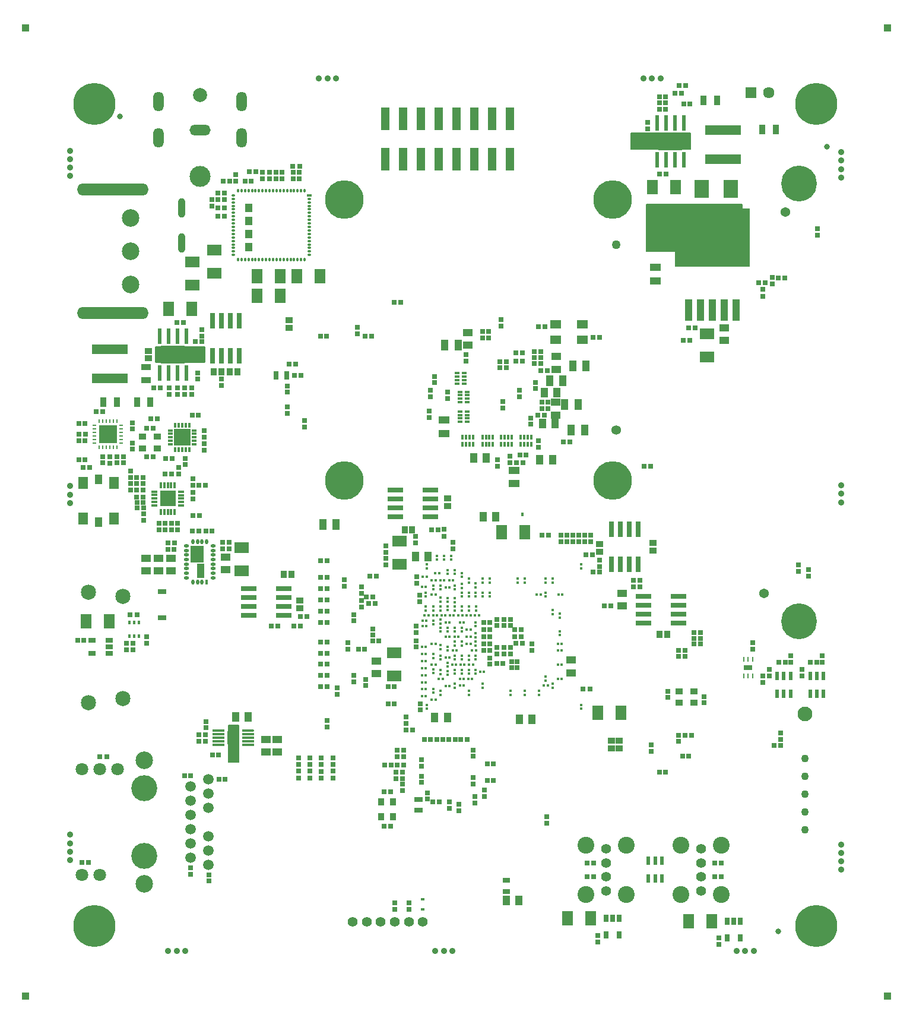
<source format=gbs>
G04 (created by PCBNEW (2013-07-07 BZR 4022)-stable) date 10/02/2015 04:29:17*
%MOIN*%
G04 Gerber Fmt 3.4, Leading zero omitted, Abs format*
%FSLAX34Y34*%
G01*
G70*
G90*
G04 APERTURE LIST*
%ADD10C,0.00590551*%
%ADD11R,0.0273X0.0273*%
%ADD12R,0.0392X0.0392*%
%ADD13R,0.0472X0.0295*%
%ADD14R,0.0295X0.0472*%
%ADD15R,0.0433071X0.0275591*%
%ADD16R,0.0570866X0.0393701*%
%ADD17R,0.0393701X0.0570866*%
%ADD18R,0.0299213X0.0181102*%
%ADD19R,0.0181102X0.0299213*%
%ADD20R,0.0925197X0.0925197*%
%ADD21R,0.055074X0.066974*%
%ADD22R,0.0433071X0.0551181*%
%ADD23R,0.0590551X0.0472441*%
%ADD24R,0.0118X0.0374*%
%ADD25R,0.0374X0.0118*%
%ADD26R,0.0886X0.0886*%
%ADD27R,0.063637X0.063637*%
%ADD28C,0.063637*%
%ADD29R,0.0137795X0.011811*%
%ADD30R,0.011811X0.0137795*%
%ADD31R,0.0276X0.0866*%
%ADD32R,0.0866X0.0276*%
%ADD33C,0.23622*%
%ADD34R,0.06X0.08*%
%ADD35R,0.08X0.06*%
%ADD36R,0.0771654X0.0948819*%
%ADD37R,0.0417323X0.0811024*%
%ADD38O,0.0299213X0.0181102*%
%ADD39O,0.0181102X0.0299213*%
%ADD40C,0.0850394*%
%ADD41R,0.0472441X0.0275591*%
%ADD42R,0.019685X0.015748*%
%ADD43C,0.023622*%
%ADD44R,0.0669291X0.015748*%
%ADD45O,0.0669291X0.015748*%
%ADD46R,0.065748X0.0779528*%
%ADD47R,0.0236X0.0472*%
%ADD48R,0.0353X0.0392*%
%ADD49R,0.0392X0.0353*%
%ADD50R,0.0273X0.0253*%
%ADD51R,0.0253X0.0273*%
%ADD52O,0.0273X0.0155*%
%ADD53R,0.0273X0.0155*%
%ADD54O,0.0155X0.0273*%
%ADD55R,0.0155X0.0273*%
%ADD56R,0.0275591X0.0393701*%
%ADD57R,0.0393701X0.0275591*%
%ADD58C,0.216535*%
%ADD59R,0.0787X0.0984*%
%ADD60R,0.0354X0.0551*%
%ADD61R,0.0236X0.0866*%
%ADD62R,0.1339X0.1008*%
%ADD63R,0.2039X0.0563*%
%ADD64R,0.0114X0.0283*%
%ADD65C,0.0708661*%
%ADD66C,0.0590551*%
%ADD67C,0.0984252*%
%ADD68C,0.145669*%
%ADD69C,0.0314961*%
%ADD70R,0.042126X0.120079*%
%ADD71R,0.419685X0.329921*%
%ADD72R,0.0551X0.0354*%
%ADD73R,0.059037X0.039337*%
%ADD74R,0.0165354X0.023622*%
%ADD75C,0.0433071*%
%ADD76C,0.0826772*%
%ADD77C,0.0496063*%
%ADD78C,0.0535433*%
%ADD79C,0.0944882*%
%ADD80C,0.0551181*%
%ADD81C,0.200787*%
%ADD82C,0.053937*%
%ADD83O,0.0259843X0.0122047*%
%ADD84O,0.0122047X0.0259843*%
%ADD85R,0.0437008X0.0496063*%
%ADD86R,0.0259843X0.0122047*%
%ADD87C,0.0354331*%
%ADD88R,0.0433071X0.0338583*%
%ADD89R,0.0338583X0.0433071*%
%ADD90R,0.039337X0.059037*%
%ADD91O,0.401575X0.0669291*%
%ADD92R,0.00984252X0.023622*%
%ADD93R,0.023622X0.00984252*%
%ADD94R,0.102362X0.102362*%
%ADD95C,0.0787402*%
%ADD96O,0.0590551X0.110236*%
%ADD97O,0.11811X0.0590551*%
%ADD98C,0.11811*%
%ADD99R,0.0511811X0.125984*%
%ADD100O,0.0393701X0.110236*%
%ADD101C,0.00787402*%
%ADD102C,0.01*%
G04 APERTURE END LIST*
G54D10*
G54D11*
X77086Y-57539D03*
X77440Y-57539D03*
G54D12*
X67322Y-86220D03*
X115748Y-86220D03*
X115748Y-31889D03*
G54D13*
X89409Y-75792D03*
X89409Y-75192D03*
G54D14*
X81412Y-51377D03*
X82012Y-51377D03*
G54D15*
X94330Y-80354D03*
X94330Y-79724D03*
G54D16*
X75511Y-62362D03*
X75511Y-61653D03*
X74803Y-62362D03*
X74803Y-61653D03*
X74094Y-62362D03*
X74094Y-61653D03*
X78582Y-61574D03*
X78582Y-62283D03*
G54D17*
X94330Y-80866D03*
X95039Y-80866D03*
G54D18*
X75944Y-55157D03*
X75944Y-54763D03*
X75944Y-54566D03*
X75944Y-54960D03*
X76338Y-54763D03*
X76338Y-55157D03*
X76338Y-54566D03*
G54D19*
X75748Y-55541D03*
X75944Y-55541D03*
X76338Y-55541D03*
X76141Y-55541D03*
X76535Y-55541D03*
X76535Y-54183D03*
X76141Y-54183D03*
X76338Y-54183D03*
X75944Y-54183D03*
X75748Y-54183D03*
G54D18*
X76820Y-55255D03*
X76820Y-55059D03*
X76820Y-54665D03*
X76820Y-54862D03*
X76820Y-54468D03*
X75462Y-54468D03*
X75462Y-54862D03*
X75462Y-54665D03*
X75462Y-55059D03*
G54D20*
X76141Y-54862D03*
G54D18*
X75462Y-55255D03*
X76338Y-54960D03*
G54D21*
X72303Y-59425D03*
X72303Y-57425D03*
X70571Y-57425D03*
X70571Y-59425D03*
G54D22*
X71437Y-57224D03*
X71437Y-59625D03*
G54D23*
X97106Y-48523D03*
X97106Y-49389D03*
X98602Y-49389D03*
X98602Y-48523D03*
G54D24*
X75716Y-57539D03*
X75520Y-57539D03*
X75323Y-57539D03*
X75126Y-57539D03*
X74929Y-57539D03*
G54D25*
X74567Y-57901D03*
X74567Y-58098D03*
X74567Y-58295D03*
X74567Y-58492D03*
X74567Y-58688D03*
G54D24*
X74929Y-59055D03*
X75126Y-59055D03*
X75323Y-59055D03*
X75520Y-59055D03*
X75716Y-59055D03*
G54D25*
X76083Y-58692D03*
X76083Y-58496D03*
X76083Y-58299D03*
X76083Y-58102D03*
X76083Y-57905D03*
G54D26*
X75326Y-58299D03*
G54D27*
X108083Y-35511D03*
G54D28*
X109083Y-35511D03*
G54D29*
X91830Y-67903D03*
X91830Y-68120D03*
G54D30*
X90541Y-68405D03*
X90757Y-68405D03*
G54D29*
X91830Y-66328D03*
X91830Y-66545D03*
G54D30*
X91151Y-67224D03*
X90935Y-67224D03*
G54D29*
X90649Y-63179D03*
X90649Y-63395D03*
G54D30*
X89812Y-63257D03*
X89596Y-63257D03*
X91722Y-65255D03*
X91938Y-65255D03*
X92116Y-65649D03*
X92332Y-65649D03*
G54D29*
X95374Y-69301D03*
X95374Y-69084D03*
X94586Y-69084D03*
X94586Y-69301D03*
G54D30*
X90364Y-63681D03*
X90147Y-63681D03*
X91151Y-66043D03*
X90935Y-66043D03*
G54D29*
X92224Y-63001D03*
X92224Y-62785D03*
X89862Y-62214D03*
X89862Y-61998D03*
X90649Y-67116D03*
X90649Y-67332D03*
X93405Y-63001D03*
X93405Y-62785D03*
X96948Y-68907D03*
X96948Y-68690D03*
X93011Y-63001D03*
X93011Y-62785D03*
G54D30*
X91131Y-62893D03*
X91348Y-62893D03*
G54D29*
X95374Y-63001D03*
X95374Y-62785D03*
X96948Y-63001D03*
X96948Y-62785D03*
X96555Y-63001D03*
X96555Y-62785D03*
X94980Y-63001D03*
X94980Y-62785D03*
X93011Y-68690D03*
X93011Y-68907D03*
G54D30*
X97234Y-67618D03*
X97450Y-67618D03*
X97234Y-66830D03*
X97450Y-66830D03*
X97234Y-66437D03*
X97450Y-66437D03*
G54D29*
X98533Y-69872D03*
X98533Y-70088D03*
G54D30*
X91151Y-65255D03*
X90935Y-65255D03*
X91151Y-63287D03*
X90935Y-63287D03*
G54D29*
X92224Y-69084D03*
X92224Y-69301D03*
X90649Y-69084D03*
X90649Y-69301D03*
X91437Y-68907D03*
X91437Y-68690D03*
G54D30*
X97234Y-68405D03*
X97450Y-68405D03*
X91151Y-68809D03*
X90935Y-68809D03*
G54D29*
X91043Y-67726D03*
X91043Y-67509D03*
X91437Y-66328D03*
X91437Y-66545D03*
X89862Y-69872D03*
X89862Y-70088D03*
X96161Y-69084D03*
X96161Y-69301D03*
X96948Y-64773D03*
X96948Y-64557D03*
X97342Y-65738D03*
X97342Y-65954D03*
X97342Y-64970D03*
X97342Y-64753D03*
G54D30*
X97261Y-63669D03*
X97478Y-63669D03*
G54D29*
X98543Y-62214D03*
X98543Y-61998D03*
X91830Y-63789D03*
X91830Y-63572D03*
X96555Y-68297D03*
X96555Y-68513D03*
X96555Y-63789D03*
X96555Y-63572D03*
G54D30*
X91722Y-68405D03*
X91938Y-68405D03*
X96053Y-63681D03*
X96269Y-63681D03*
G54D29*
X92224Y-63789D03*
X92224Y-63572D03*
G54D30*
X91938Y-68799D03*
X91722Y-68799D03*
X96446Y-68799D03*
X96663Y-68799D03*
G54D31*
X79330Y-50275D03*
X78830Y-50275D03*
X78330Y-50275D03*
X77830Y-50275D03*
X77830Y-48306D03*
X78330Y-48306D03*
X78830Y-48306D03*
X79330Y-48306D03*
G54D32*
X81850Y-63346D03*
X81850Y-63846D03*
X81850Y-64346D03*
X81850Y-64846D03*
X79881Y-64846D03*
X79881Y-64346D03*
X79881Y-63846D03*
X79881Y-63346D03*
X90066Y-57811D03*
X90066Y-58311D03*
X90066Y-58811D03*
X90066Y-59311D03*
X88097Y-59311D03*
X88097Y-58811D03*
X88097Y-58311D03*
X88097Y-57811D03*
G54D31*
X101742Y-61978D03*
X101242Y-61978D03*
X100742Y-61978D03*
X100242Y-61978D03*
X100242Y-60009D03*
X100742Y-60009D03*
X101242Y-60009D03*
X101742Y-60009D03*
G54D33*
X111732Y-82283D03*
X111732Y-36141D03*
X71220Y-36141D03*
X71220Y-82283D03*
G54D16*
X106574Y-48720D03*
X106574Y-49429D03*
G54D34*
X80334Y-45826D03*
X81634Y-45826D03*
X80334Y-46929D03*
X81634Y-46929D03*
G54D35*
X76692Y-46319D03*
X76692Y-45019D03*
X77952Y-45650D03*
X77952Y-44350D03*
G54D36*
X76988Y-61407D03*
G54D37*
X77165Y-62362D03*
G54D38*
X77874Y-62490D03*
X77874Y-62746D03*
X77874Y-61978D03*
X77874Y-62234D03*
X77874Y-61722D03*
X77874Y-61466D03*
X76377Y-60954D03*
X76377Y-61210D03*
X76377Y-61722D03*
X76377Y-61466D03*
X76377Y-62490D03*
X76377Y-62746D03*
G54D39*
X77509Y-60708D03*
X77253Y-60708D03*
X76742Y-62992D03*
X76998Y-62992D03*
G54D38*
X77874Y-60954D03*
X77874Y-61210D03*
X76377Y-62234D03*
X76377Y-61978D03*
G54D39*
X77253Y-62992D03*
G54D19*
X77509Y-62992D03*
G54D39*
X76998Y-60708D03*
X76742Y-60708D03*
G54D11*
X75334Y-61141D03*
X75688Y-61141D03*
G54D17*
X79842Y-70551D03*
X79133Y-70551D03*
G54D16*
X81456Y-71811D03*
X81456Y-72519D03*
X80826Y-71811D03*
X80826Y-72519D03*
G54D29*
X91043Y-65757D03*
X91043Y-65541D03*
G54D30*
X91437Y-66043D03*
X91653Y-66043D03*
G54D29*
X90255Y-65364D03*
X90255Y-65147D03*
X89812Y-64576D03*
X89812Y-64360D03*
G54D30*
X89753Y-64862D03*
X89970Y-64862D03*
G54D29*
X91830Y-65757D03*
X91830Y-65541D03*
G54D30*
X90226Y-64862D03*
X90442Y-64862D03*
X90561Y-62500D03*
X90344Y-62500D03*
G54D29*
X91830Y-64360D03*
X91830Y-64576D03*
G54D30*
X91387Y-64862D03*
X91171Y-64862D03*
G54D29*
X90649Y-64576D03*
X90649Y-64360D03*
G54D30*
X91643Y-64862D03*
X91860Y-64862D03*
X90147Y-62893D03*
X90364Y-62893D03*
X89625Y-65147D03*
X89842Y-65147D03*
G54D29*
X91437Y-65757D03*
X91437Y-65541D03*
X90255Y-64576D03*
X90255Y-64360D03*
X91437Y-63179D03*
X91437Y-63395D03*
X91240Y-61515D03*
X91240Y-61732D03*
X90255Y-63179D03*
X90255Y-63395D03*
G54D30*
X90629Y-62893D03*
X90846Y-62893D03*
G54D29*
X91437Y-64104D03*
X91437Y-63887D03*
X90452Y-61515D03*
X90452Y-61732D03*
G54D30*
X89645Y-62696D03*
X89862Y-62696D03*
G54D29*
X91043Y-62519D03*
X91043Y-62303D03*
X89812Y-63789D03*
X89812Y-63572D03*
X90846Y-61515D03*
X90846Y-61732D03*
X91043Y-64566D03*
X91043Y-64350D03*
X92647Y-64576D03*
X92647Y-64360D03*
X93405Y-63572D03*
X93405Y-63789D03*
X93011Y-63572D03*
X93011Y-63789D03*
X92224Y-64576D03*
X92224Y-64360D03*
X92618Y-63277D03*
X92618Y-63061D03*
X92618Y-63789D03*
X92618Y-63572D03*
X91830Y-62480D03*
X91830Y-62696D03*
X91830Y-63316D03*
X91830Y-63100D03*
G54D30*
X92116Y-64862D03*
X92332Y-64862D03*
G54D29*
X91437Y-62519D03*
X91437Y-62303D03*
X90649Y-64074D03*
X90649Y-63858D03*
X91437Y-64576D03*
X91437Y-64360D03*
X90649Y-65757D03*
X90649Y-65541D03*
X91043Y-64094D03*
X91043Y-63877D03*
X91830Y-67332D03*
X91830Y-67116D03*
X92224Y-67342D03*
X92224Y-67125D03*
X91043Y-67982D03*
X91043Y-68198D03*
X92618Y-68120D03*
X92618Y-67903D03*
G54D30*
X89596Y-68996D03*
X89812Y-68996D03*
X92411Y-68405D03*
X92194Y-68405D03*
G54D29*
X90255Y-69192D03*
X90255Y-68976D03*
G54D30*
X93080Y-68011D03*
X92864Y-68011D03*
X90147Y-69586D03*
X90364Y-69586D03*
X89596Y-68208D03*
X89812Y-68208D03*
G54D29*
X92224Y-68120D03*
X92224Y-67903D03*
G54D30*
X91515Y-67618D03*
X91299Y-67618D03*
X92332Y-66437D03*
X92116Y-66437D03*
X92637Y-66830D03*
X92421Y-66830D03*
G54D29*
X92618Y-66072D03*
X92618Y-65856D03*
X92618Y-65236D03*
X92618Y-65452D03*
G54D30*
X92805Y-64862D03*
X92588Y-64862D03*
X90698Y-64862D03*
X90915Y-64862D03*
G54D29*
X92618Y-66545D03*
X92618Y-66328D03*
G54D30*
X89625Y-65452D03*
X89842Y-65452D03*
G54D29*
X90649Y-67933D03*
X90649Y-68149D03*
X91437Y-67332D03*
X91437Y-67116D03*
G54D30*
X89596Y-69389D03*
X89812Y-69389D03*
X89596Y-68602D03*
X89812Y-68602D03*
G54D29*
X92618Y-67116D03*
X92618Y-67332D03*
X91437Y-67903D03*
X91437Y-68120D03*
G54D30*
X89596Y-67814D03*
X89812Y-67814D03*
X91988Y-67618D03*
X91771Y-67618D03*
G54D29*
X91043Y-66830D03*
X91043Y-66614D03*
G54D30*
X89596Y-66633D03*
X89812Y-66633D03*
X90147Y-67618D03*
X90364Y-67618D03*
G54D29*
X90255Y-67244D03*
X90255Y-67027D03*
G54D30*
X89596Y-67421D03*
X89812Y-67421D03*
X90147Y-66437D03*
X90364Y-66437D03*
X92332Y-66043D03*
X92116Y-66043D03*
X91328Y-66830D03*
X91545Y-66830D03*
G54D29*
X90649Y-66742D03*
X90649Y-66525D03*
X90255Y-68090D03*
X90255Y-67874D03*
G54D30*
X89596Y-67027D03*
X89812Y-67027D03*
G54D29*
X90649Y-65088D03*
X90649Y-65305D03*
G54D30*
X92460Y-67618D03*
X92244Y-67618D03*
G54D40*
X70885Y-63562D03*
X72814Y-63799D03*
X72814Y-69507D03*
X70885Y-69744D03*
G54D41*
X75000Y-64980D03*
X75000Y-63523D03*
G54D42*
X89645Y-81348D03*
X89645Y-80777D03*
G54D43*
X78838Y-71948D03*
X78838Y-71476D03*
X79192Y-71476D03*
X79192Y-71948D03*
G54D44*
X78188Y-71318D03*
X78188Y-71515D03*
G54D45*
X79842Y-71318D03*
G54D44*
X79842Y-71515D03*
X79842Y-71712D03*
X79842Y-71909D03*
X79842Y-72106D03*
X78188Y-72106D03*
X78188Y-71909D03*
X78188Y-71712D03*
G54D46*
X79015Y-71712D03*
G54D43*
X79015Y-71712D03*
G54D47*
X102696Y-79606D03*
X102321Y-78606D03*
X103071Y-78606D03*
X102321Y-79606D03*
X102696Y-78606D03*
X103071Y-79606D03*
G54D11*
X95767Y-66456D03*
X95767Y-66810D03*
X89281Y-66633D03*
X89281Y-66279D03*
X89517Y-69803D03*
X89517Y-70157D03*
X91348Y-61121D03*
X91348Y-60767D03*
X89281Y-65452D03*
X89281Y-65806D03*
X89468Y-64074D03*
X89468Y-63720D03*
X89291Y-62697D03*
X89291Y-63051D03*
X78188Y-72696D03*
X77834Y-72696D03*
X75874Y-59700D03*
X75874Y-60054D03*
X75523Y-56905D03*
X75169Y-56905D03*
X76732Y-58306D03*
X76732Y-57952D03*
X76732Y-57539D03*
X76732Y-57185D03*
X75925Y-56909D03*
X75925Y-56555D03*
X82716Y-40354D03*
X82716Y-40000D03*
X94153Y-67559D03*
X93799Y-67559D03*
X94940Y-67795D03*
X94940Y-67441D03*
X94625Y-67795D03*
X94625Y-67441D03*
X94586Y-65078D03*
X94586Y-65432D03*
X94192Y-65078D03*
X94192Y-65432D03*
X93799Y-65078D03*
X93799Y-65432D03*
X95157Y-65649D03*
X94803Y-65649D03*
X95157Y-66043D03*
X94803Y-66043D03*
X95236Y-66427D03*
X94882Y-66427D03*
X94586Y-67007D03*
X94586Y-66653D03*
X93799Y-67007D03*
X93799Y-66653D03*
X94192Y-67007D03*
X94192Y-66653D03*
X93061Y-66437D03*
X93415Y-66437D03*
X93061Y-66830D03*
X93415Y-66830D03*
X93415Y-67244D03*
X93415Y-67598D03*
X93061Y-65246D03*
X93415Y-65246D03*
X93061Y-66043D03*
X93415Y-66043D03*
X93061Y-65649D03*
X93415Y-65649D03*
X94133Y-53208D03*
X94133Y-52854D03*
X95236Y-50590D03*
X94882Y-50590D03*
X88503Y-74015D03*
X88149Y-74015D03*
X90078Y-71811D03*
X89724Y-71811D03*
X92460Y-72401D03*
X92460Y-72755D03*
X93267Y-74133D03*
X93621Y-74133D03*
X89566Y-72952D03*
X89566Y-73306D03*
X93267Y-73188D03*
X93621Y-73188D03*
X92559Y-75019D03*
X92559Y-75373D03*
X89566Y-74232D03*
X89566Y-73878D03*
X91673Y-75452D03*
X91673Y-75806D03*
X89901Y-74803D03*
X89901Y-75157D03*
X90570Y-75314D03*
X90216Y-75314D03*
X91771Y-71811D03*
X92125Y-71811D03*
X92460Y-74310D03*
X92460Y-73956D03*
X90787Y-71811D03*
X90433Y-71811D03*
X91102Y-71811D03*
X91456Y-71811D03*
X82047Y-51968D03*
X82047Y-52322D03*
X76693Y-53622D03*
X77047Y-53622D03*
X73248Y-57106D03*
X73248Y-56752D03*
X73936Y-57460D03*
X73582Y-57460D03*
X73956Y-59153D03*
X73956Y-59507D03*
X78554Y-74066D03*
X78200Y-74066D03*
X76263Y-73854D03*
X76617Y-73854D03*
X76610Y-79385D03*
X76610Y-79031D03*
X77622Y-79759D03*
X77622Y-79405D03*
X87027Y-62637D03*
X86673Y-62637D03*
X77460Y-71161D03*
X77460Y-70807D03*
X99566Y-49251D03*
X99212Y-49251D03*
X86830Y-65610D03*
X86830Y-65964D03*
X96141Y-48661D03*
X96495Y-48661D03*
X84261Y-61771D03*
X83907Y-61771D03*
X95708Y-54123D03*
X95708Y-53769D03*
X96338Y-52893D03*
X96338Y-53247D03*
X84842Y-68927D03*
X84842Y-69281D03*
X78503Y-41968D03*
X78149Y-41968D03*
X104015Y-71574D03*
X104015Y-71928D03*
X102460Y-72480D03*
X102460Y-72126D03*
X103287Y-73641D03*
X102933Y-73641D03*
X104586Y-72755D03*
X104232Y-72755D03*
X73952Y-58515D03*
X73598Y-58515D03*
X70688Y-56102D03*
X70334Y-56102D03*
X104370Y-71574D03*
X104724Y-71574D03*
X78503Y-41515D03*
X78149Y-41515D03*
X72480Y-55944D03*
X72834Y-55944D03*
X71673Y-55945D03*
X71673Y-56299D03*
X70688Y-55039D03*
X70334Y-55039D03*
X70688Y-54074D03*
X70334Y-54074D03*
X71673Y-53405D03*
X71319Y-53405D03*
X73326Y-54389D03*
X73326Y-54035D03*
X73326Y-55177D03*
X73326Y-55531D03*
X73936Y-57814D03*
X73582Y-57814D03*
X84251Y-49192D03*
X83897Y-49192D03*
X86417Y-49192D03*
X86771Y-49192D03*
X87480Y-74763D03*
X87834Y-74763D03*
X87834Y-76692D03*
X87480Y-76692D03*
X82135Y-50757D03*
X82489Y-50757D03*
X82441Y-51377D03*
X82795Y-51377D03*
X85980Y-49035D03*
X85980Y-48681D03*
X82992Y-54271D03*
X82992Y-53917D03*
X105433Y-69405D03*
X105433Y-69759D03*
X106039Y-79519D03*
X106393Y-79519D03*
X106035Y-78755D03*
X106389Y-78755D03*
X99236Y-78740D03*
X98882Y-78740D03*
X99239Y-79531D03*
X98885Y-79531D03*
X109724Y-72165D03*
X109370Y-72165D03*
X103409Y-69460D03*
X103409Y-69106D03*
X82047Y-53149D03*
X82047Y-53503D03*
X95236Y-50118D03*
X94882Y-50118D03*
X96623Y-51112D03*
X96269Y-51112D03*
X96102Y-53622D03*
X96456Y-53622D03*
X95984Y-52125D03*
X95984Y-51771D03*
X95078Y-52234D03*
X95078Y-52588D03*
X96151Y-55059D03*
X96151Y-55413D03*
X96673Y-52893D03*
X96673Y-53247D03*
X94330Y-50944D03*
X93976Y-50944D03*
X75570Y-56043D03*
X75216Y-56043D03*
X76318Y-56043D03*
X76318Y-56397D03*
X77381Y-55216D03*
X77381Y-55570D03*
X94330Y-50610D03*
X93976Y-50610D03*
X84261Y-63346D03*
X83907Y-63346D03*
X84261Y-63976D03*
X83907Y-63976D03*
X85787Y-64803D03*
X85787Y-65157D03*
X86968Y-64192D03*
X86614Y-64192D03*
X86210Y-64369D03*
X86210Y-64015D03*
X84261Y-64606D03*
X83907Y-64606D03*
X84261Y-65236D03*
X83907Y-65236D03*
X85433Y-66751D03*
X85433Y-66397D03*
X85246Y-63208D03*
X85246Y-62854D03*
X86437Y-68445D03*
X86437Y-68799D03*
X84261Y-66968D03*
X83907Y-66968D03*
X84261Y-70748D03*
X84261Y-71102D03*
X84261Y-66338D03*
X83907Y-66338D03*
X84261Y-67598D03*
X83907Y-67598D03*
X84261Y-62716D03*
X83907Y-62716D03*
X84261Y-68228D03*
X83907Y-68228D03*
X86840Y-63818D03*
X86486Y-63818D03*
X86200Y-63267D03*
X86200Y-63621D03*
X87559Y-62007D03*
X87559Y-61653D03*
X77460Y-60118D03*
X77814Y-60118D03*
X87697Y-69803D03*
X88051Y-69803D03*
X78503Y-42460D03*
X78149Y-42460D03*
X79665Y-40472D03*
X80019Y-40472D03*
X81043Y-40354D03*
X81043Y-40000D03*
X87697Y-68858D03*
X88051Y-68858D03*
X86377Y-66751D03*
X86023Y-66751D03*
X87184Y-66299D03*
X86830Y-66299D03*
X87559Y-60964D03*
X87559Y-61318D03*
X84261Y-68858D03*
X83907Y-68858D03*
G54D48*
X78325Y-51200D03*
X77895Y-51200D03*
G54D49*
X82755Y-64447D03*
X82755Y-64017D03*
G54D48*
X81832Y-62559D03*
X82262Y-62559D03*
G54D49*
X102559Y-61209D03*
X102559Y-60779D03*
X99586Y-61297D03*
X99586Y-60867D03*
X91023Y-58288D03*
X91023Y-58718D03*
G54D48*
X89053Y-60039D03*
X88623Y-60039D03*
G54D49*
X82145Y-48718D03*
X82145Y-48288D03*
G54D48*
X78820Y-51200D03*
X79250Y-51200D03*
G54D49*
X100255Y-72301D03*
X100255Y-71871D03*
X100688Y-72301D03*
X100688Y-71871D03*
G54D50*
X88858Y-81366D03*
X88858Y-80996D03*
X88070Y-81366D03*
X88070Y-80996D03*
G54D51*
X78397Y-61102D03*
X78767Y-61102D03*
X78818Y-40480D03*
X78448Y-40480D03*
G54D50*
X79153Y-40110D03*
X79153Y-40480D03*
G54D51*
X104559Y-48720D03*
X104929Y-48720D03*
X104283Y-49429D03*
X104653Y-49429D03*
X82393Y-65452D03*
X82763Y-65452D03*
X81503Y-65452D03*
X81133Y-65452D03*
X82767Y-64921D03*
X83137Y-64921D03*
G54D50*
X78326Y-51586D03*
X78326Y-51956D03*
G54D51*
X77251Y-49468D03*
X76881Y-49468D03*
G54D50*
X77244Y-49181D03*
X77244Y-48811D03*
G54D51*
X88570Y-73248D03*
X88200Y-73248D03*
G54D50*
X73366Y-66799D03*
X73366Y-66429D03*
X72992Y-66799D03*
X72992Y-66429D03*
X75523Y-60059D03*
X75523Y-59689D03*
X75161Y-60062D03*
X75161Y-59692D03*
X74826Y-60062D03*
X74826Y-59692D03*
G54D51*
X73594Y-58818D03*
X73964Y-58818D03*
X88200Y-72421D03*
X88570Y-72421D03*
X88200Y-72795D03*
X88570Y-72795D03*
G54D50*
X94035Y-48259D03*
X94035Y-48629D03*
X94527Y-56287D03*
X94527Y-55917D03*
X91043Y-52315D03*
X91043Y-52685D03*
X93848Y-56114D03*
X93848Y-56484D03*
G54D51*
X97535Y-55102D03*
X97905Y-55102D03*
X95917Y-50708D03*
X96287Y-50708D03*
G54D50*
X93346Y-49299D03*
X93346Y-48929D03*
X93011Y-49299D03*
X93011Y-48929D03*
X90003Y-53381D03*
X90003Y-53751D03*
X92086Y-50578D03*
X92086Y-50208D03*
G54D51*
X96287Y-50039D03*
X95917Y-50039D03*
X96287Y-50374D03*
X95917Y-50374D03*
G54D50*
X109724Y-71448D03*
X109724Y-71818D03*
X97736Y-60716D03*
X97736Y-60346D03*
X98070Y-60346D03*
X98070Y-60716D03*
X97401Y-60346D03*
X97401Y-60716D03*
G54D51*
X95263Y-56279D03*
X94893Y-56279D03*
G54D50*
X99074Y-60716D03*
X99074Y-60346D03*
X98405Y-60716D03*
X98405Y-60346D03*
X98740Y-60716D03*
X98740Y-60346D03*
G54D51*
X73582Y-58208D03*
X73952Y-58208D03*
G54D50*
X89232Y-60425D03*
X89232Y-60795D03*
G54D51*
X99181Y-61456D03*
X98811Y-61456D03*
G54D50*
X96594Y-76153D03*
X96594Y-76523D03*
X99586Y-62114D03*
X99586Y-61744D03*
G54D51*
X90519Y-60039D03*
X90149Y-60039D03*
X99584Y-62421D03*
X99214Y-62421D03*
G54D50*
X90846Y-60031D03*
X90846Y-60401D03*
G54D51*
X77078Y-71909D03*
X77448Y-71909D03*
X77078Y-71555D03*
X77448Y-71555D03*
X104874Y-65826D03*
X105244Y-65826D03*
X104874Y-66141D03*
X105244Y-66141D03*
X104007Y-67145D03*
X104377Y-67145D03*
X104007Y-66830D03*
X104377Y-66830D03*
X99023Y-68996D03*
X98653Y-68996D03*
X109598Y-45905D03*
X109968Y-45905D03*
G54D50*
X109271Y-46267D03*
X109271Y-45897D03*
X108740Y-46566D03*
X108740Y-46936D03*
G54D51*
X108866Y-46200D03*
X108496Y-46200D03*
G54D50*
X111811Y-43161D03*
X111811Y-43531D03*
G54D51*
X104874Y-66456D03*
X105244Y-66456D03*
X78767Y-60748D03*
X78397Y-60748D03*
X78141Y-41141D03*
X78511Y-41141D03*
G54D50*
X81751Y-40362D03*
X81751Y-39992D03*
X82362Y-40362D03*
X82362Y-39992D03*
G54D51*
X82724Y-39665D03*
X82354Y-39665D03*
X80283Y-39960D03*
X79913Y-39960D03*
G54D50*
X77795Y-41527D03*
X77795Y-41897D03*
X81397Y-39992D03*
X81397Y-40362D03*
G54D51*
X75326Y-60787D03*
X75696Y-60787D03*
X76704Y-60118D03*
X77074Y-60118D03*
X101838Y-62874D03*
X101468Y-62874D03*
X70877Y-78716D03*
X70507Y-78716D03*
X88141Y-73641D03*
X88511Y-73641D03*
X89082Y-71283D03*
X88712Y-71283D03*
G54D50*
X88712Y-70559D03*
X88712Y-70929D03*
X93090Y-74637D03*
X93090Y-75007D03*
X91141Y-75307D03*
X91141Y-75677D03*
G54D51*
X71519Y-72783D03*
X71889Y-72783D03*
X87866Y-73251D03*
X87496Y-73251D03*
G54D50*
X84598Y-73968D03*
X84598Y-73598D03*
X83944Y-73972D03*
X83944Y-73602D03*
X83944Y-72842D03*
X83944Y-73212D03*
X83295Y-73968D03*
X83295Y-73598D03*
X83299Y-72842D03*
X83299Y-73212D03*
X82677Y-73968D03*
X82677Y-73598D03*
X82677Y-72846D03*
X82677Y-73216D03*
X84602Y-72842D03*
X84602Y-73212D03*
G54D51*
X77094Y-59251D03*
X76724Y-59251D03*
G54D50*
X77381Y-54480D03*
X77381Y-54850D03*
G54D51*
X70933Y-56535D03*
X70563Y-56535D03*
G54D50*
X73248Y-57452D03*
X73248Y-57822D03*
X88503Y-74692D03*
X88503Y-74322D03*
G54D51*
X73944Y-57106D03*
X73574Y-57106D03*
G54D52*
X91751Y-52303D03*
X91751Y-52500D03*
X91751Y-52893D03*
X92145Y-52893D03*
G54D53*
X92145Y-52303D03*
G54D52*
X91751Y-52696D03*
X92145Y-52696D03*
X92145Y-52500D03*
X91584Y-51260D03*
X91584Y-51457D03*
X91584Y-51850D03*
X91978Y-51850D03*
G54D53*
X91978Y-51260D03*
G54D52*
X91584Y-51653D03*
X91978Y-51653D03*
X91978Y-51457D03*
G54D54*
X95138Y-55256D03*
X95335Y-55256D03*
X95728Y-55256D03*
X95728Y-54862D03*
G54D55*
X95138Y-54862D03*
G54D54*
X95531Y-55256D03*
X95531Y-54862D03*
X95335Y-54862D03*
X94055Y-55256D03*
X94252Y-55256D03*
X94645Y-55256D03*
X94645Y-54862D03*
G54D55*
X94055Y-54862D03*
G54D54*
X94448Y-55256D03*
X94448Y-54862D03*
X94252Y-54862D03*
X92992Y-55256D03*
X93189Y-55256D03*
X93582Y-55256D03*
X93582Y-54862D03*
G54D55*
X92992Y-54862D03*
G54D54*
X93385Y-55256D03*
X93385Y-54862D03*
X93189Y-54862D03*
X91870Y-55256D03*
X92067Y-55256D03*
X92460Y-55256D03*
X92460Y-54862D03*
G54D55*
X91870Y-54862D03*
G54D54*
X92263Y-55256D03*
X92263Y-54862D03*
X92067Y-54862D03*
G54D52*
X91741Y-53405D03*
X91741Y-53602D03*
X91741Y-53995D03*
X92135Y-53995D03*
G54D53*
X92135Y-53405D03*
G54D52*
X91741Y-53798D03*
X92135Y-53798D03*
X92135Y-53602D03*
G54D11*
X85787Y-68228D03*
X85787Y-68582D03*
G54D56*
X100688Y-81850D03*
X100314Y-81850D03*
X99940Y-81850D03*
X100688Y-82795D03*
X99940Y-82795D03*
X107480Y-82007D03*
X107106Y-82007D03*
X106732Y-82007D03*
X107480Y-82952D03*
X106732Y-82952D03*
G54D57*
X72027Y-66988D03*
X72027Y-66614D03*
X72027Y-66240D03*
X71082Y-66988D03*
X71082Y-66240D03*
G54D34*
X99087Y-81850D03*
X97787Y-81850D03*
X105858Y-82027D03*
X104558Y-82027D03*
G54D11*
X99488Y-82815D03*
X99488Y-83169D03*
X70610Y-66240D03*
X70256Y-66240D03*
X106275Y-82964D03*
X106275Y-83318D03*
G54D34*
X72027Y-65196D03*
X70727Y-65196D03*
G54D58*
X100291Y-41531D03*
X85251Y-41531D03*
X100291Y-57279D03*
X85251Y-57279D03*
G54D59*
X106933Y-40913D03*
X105319Y-40913D03*
G54D60*
X106162Y-35944D03*
X105412Y-35944D03*
G54D50*
X103287Y-36444D03*
X103287Y-36074D03*
G54D51*
X103295Y-40078D03*
X102925Y-40078D03*
X104397Y-35118D03*
X104027Y-35118D03*
X103791Y-35551D03*
X104161Y-35551D03*
G54D61*
X104291Y-39271D03*
X103791Y-39271D03*
X103291Y-39271D03*
X102791Y-39271D03*
X102791Y-37204D03*
X103291Y-37204D03*
X103791Y-37204D03*
X104291Y-37204D03*
G54D62*
X103541Y-38238D03*
G54D34*
X103838Y-40826D03*
X102538Y-40826D03*
G54D11*
X102952Y-36436D03*
X102952Y-36082D03*
X102263Y-37185D03*
X102263Y-37539D03*
X104291Y-36161D03*
X104645Y-36161D03*
X103287Y-35748D03*
X102933Y-35748D03*
G54D63*
X106496Y-37608D03*
X106496Y-39242D03*
G54D60*
X108719Y-37598D03*
X109469Y-37598D03*
G54D47*
X111771Y-69240D03*
X111396Y-68240D03*
X112146Y-68240D03*
X111396Y-69240D03*
X111771Y-68240D03*
X112146Y-69240D03*
G54D11*
X112086Y-67480D03*
X112086Y-67126D03*
G54D64*
X108169Y-68257D03*
X107913Y-68257D03*
X107657Y-68257D03*
X107657Y-67324D03*
X107913Y-67324D03*
X108169Y-67324D03*
G54D13*
X107913Y-67790D03*
G54D11*
X108169Y-66751D03*
X108169Y-66397D03*
X108740Y-68248D03*
X108740Y-68602D03*
X110944Y-68247D03*
X110944Y-67893D03*
X111771Y-67480D03*
X111417Y-67480D03*
G54D47*
X109921Y-69240D03*
X109546Y-68240D03*
X110296Y-68240D03*
X109546Y-69240D03*
X109921Y-68240D03*
X110296Y-69240D03*
G54D11*
X110314Y-67480D03*
X110314Y-67126D03*
X109999Y-67480D03*
X109645Y-67480D03*
X109094Y-68247D03*
X109094Y-67893D03*
G54D65*
X71515Y-79417D03*
X70515Y-79417D03*
X72515Y-73496D03*
X71515Y-73496D03*
G54D66*
X77614Y-78854D03*
X77614Y-78055D03*
X77614Y-77255D03*
X77614Y-75657D03*
X77614Y-74858D03*
X77614Y-74059D03*
X76614Y-78454D03*
X76614Y-77655D03*
X76614Y-76856D03*
X76614Y-74458D03*
X76614Y-75257D03*
G54D67*
X74015Y-79921D03*
G54D68*
X74015Y-78356D03*
X74015Y-74557D03*
G54D67*
X74015Y-72992D03*
G54D66*
X76614Y-76057D03*
G54D65*
X70515Y-73496D03*
G54D69*
X72637Y-36850D03*
X112322Y-38543D03*
X109606Y-82598D03*
G54D12*
X67322Y-31889D03*
G54D50*
X110748Y-62389D03*
X110748Y-62019D03*
G54D51*
X88393Y-47283D03*
X88023Y-47283D03*
G54D70*
X104566Y-47716D03*
X105236Y-47716D03*
X107244Y-47716D03*
X106574Y-47716D03*
X105905Y-47716D03*
G54D71*
X105905Y-43659D03*
G54D61*
X74862Y-49177D03*
X75362Y-49177D03*
X75862Y-49177D03*
X76362Y-49177D03*
X76362Y-51244D03*
X75862Y-51244D03*
X75362Y-51244D03*
X74862Y-51244D03*
G54D62*
X75612Y-50210D03*
G54D34*
X75373Y-47637D03*
X76673Y-47637D03*
G54D60*
X72461Y-52874D03*
X71711Y-52874D03*
G54D49*
X74232Y-50431D03*
X74232Y-50001D03*
G54D11*
X75858Y-52090D03*
X75858Y-52444D03*
X76267Y-52082D03*
X76267Y-52436D03*
X75850Y-48401D03*
X76204Y-48401D03*
X76992Y-51244D03*
X76992Y-51598D03*
X75389Y-52090D03*
X75389Y-52444D03*
X76677Y-52444D03*
X76677Y-52090D03*
X74547Y-52078D03*
X74901Y-52078D03*
G54D72*
X74114Y-51654D03*
X74114Y-50904D03*
G54D60*
X74351Y-52874D03*
X73601Y-52874D03*
G54D73*
X102716Y-45333D03*
X102716Y-46083D03*
G54D35*
X105590Y-49035D03*
X105590Y-50335D03*
G54D50*
X111299Y-62295D03*
X111299Y-62665D03*
G54D51*
X102059Y-56496D03*
X102429Y-56496D03*
G54D50*
X74133Y-66035D03*
X74133Y-66405D03*
G54D51*
X73220Y-64803D03*
X73590Y-64803D03*
G54D74*
X73700Y-66003D03*
X73444Y-66003D03*
X73188Y-66003D03*
X73188Y-65255D03*
X73700Y-65255D03*
X73444Y-65255D03*
G54D11*
X95098Y-55846D03*
X95452Y-55846D03*
G54D50*
X72066Y-55937D03*
X72066Y-56307D03*
G54D51*
X72842Y-56299D03*
X72472Y-56299D03*
G54D75*
X111102Y-72881D03*
X111102Y-73881D03*
X111102Y-74881D03*
X111102Y-75881D03*
X111102Y-76881D03*
G54D76*
X111102Y-70381D03*
G54D77*
X100492Y-44054D03*
G54D78*
X100492Y-54448D03*
G54D79*
X106417Y-77755D03*
X104133Y-77755D03*
X106417Y-80511D03*
X104133Y-80511D03*
G54D80*
X105275Y-77952D03*
X105275Y-78740D03*
X105275Y-79527D03*
X105275Y-80314D03*
G54D79*
X101082Y-77755D03*
X98799Y-77755D03*
X101082Y-80511D03*
X98799Y-80511D03*
G54D80*
X99940Y-77952D03*
X99940Y-78740D03*
X99940Y-79527D03*
X99940Y-80314D03*
G54D81*
X110787Y-40633D03*
G54D82*
X108799Y-63614D03*
X110000Y-42212D03*
G54D81*
X110787Y-65192D03*
G54D83*
X79015Y-42066D03*
X79015Y-42263D03*
X79015Y-42460D03*
X79015Y-42657D03*
X83267Y-44429D03*
X83267Y-44625D03*
X83267Y-44232D03*
X83267Y-44035D03*
G54D84*
X80846Y-41023D03*
X81043Y-41023D03*
X81437Y-41023D03*
X81240Y-41023D03*
X80255Y-44881D03*
X80059Y-44881D03*
X79665Y-44881D03*
X79862Y-44881D03*
G54D85*
X79870Y-44173D03*
X79870Y-43448D03*
X79870Y-42000D03*
G54D84*
X80649Y-41023D03*
X80452Y-41023D03*
G54D83*
X79015Y-42854D03*
X79015Y-43051D03*
G54D84*
X80452Y-44881D03*
X80649Y-44881D03*
X82421Y-44881D03*
X82224Y-44881D03*
X82027Y-44881D03*
X81830Y-44881D03*
X81633Y-44881D03*
X81437Y-44881D03*
X81240Y-44881D03*
X81043Y-44881D03*
X80846Y-44881D03*
X79468Y-44881D03*
X79271Y-44881D03*
X83011Y-44881D03*
X82814Y-44881D03*
X82618Y-44881D03*
G54D83*
X79015Y-43838D03*
X79015Y-43641D03*
X79015Y-43444D03*
X79015Y-43248D03*
X79015Y-41870D03*
X79015Y-41673D03*
X79015Y-41476D03*
X79015Y-41279D03*
X79015Y-44625D03*
X79015Y-44429D03*
X79015Y-44232D03*
X79015Y-44035D03*
G54D84*
X79271Y-41023D03*
X79468Y-41023D03*
X79665Y-41023D03*
X79862Y-41023D03*
X80059Y-41023D03*
X80255Y-41023D03*
X81633Y-41023D03*
X81830Y-41023D03*
X82027Y-41023D03*
X82224Y-41023D03*
X82421Y-41023D03*
X82618Y-41023D03*
X82814Y-41023D03*
X83011Y-41023D03*
G54D86*
X83267Y-41279D03*
G54D83*
X83267Y-41476D03*
X83267Y-41673D03*
X83267Y-41870D03*
X83267Y-42066D03*
X83267Y-42263D03*
X83267Y-42460D03*
X83267Y-42657D03*
X83267Y-42854D03*
X83267Y-43051D03*
X83267Y-43248D03*
X83267Y-43444D03*
X83267Y-43641D03*
X83267Y-43838D03*
G54D85*
X79870Y-42724D03*
G54D87*
X113149Y-57559D03*
X113149Y-58503D03*
X113149Y-58031D03*
X113149Y-78188D03*
X113149Y-78661D03*
X113149Y-79133D03*
X113149Y-77716D03*
X113149Y-38858D03*
X113149Y-40275D03*
X113149Y-39803D03*
X113149Y-39330D03*
X69842Y-58070D03*
X69842Y-58543D03*
X69842Y-57598D03*
X69842Y-77165D03*
X69842Y-78582D03*
X69842Y-78110D03*
X69842Y-77637D03*
X69842Y-39251D03*
X69842Y-39724D03*
X69842Y-40196D03*
X69842Y-38779D03*
X76299Y-83700D03*
X91299Y-83700D03*
X90826Y-83700D03*
X90354Y-83700D03*
X108228Y-83700D03*
X107755Y-83700D03*
X107283Y-83700D03*
X75354Y-83700D03*
X75826Y-83700D03*
X102047Y-34724D03*
X102519Y-34724D03*
X102992Y-34724D03*
X84763Y-34724D03*
X84291Y-34724D03*
X83818Y-34724D03*
G54D51*
X70696Y-54685D03*
X70326Y-54685D03*
X74751Y-53818D03*
X74381Y-53818D03*
G54D17*
X93740Y-59318D03*
X93031Y-59318D03*
G54D16*
X87047Y-67417D03*
X87047Y-68125D03*
G54D17*
X89232Y-61535D03*
X89940Y-61535D03*
X95767Y-70688D03*
X95059Y-70688D03*
X91023Y-70590D03*
X90314Y-70590D03*
G54D16*
X97972Y-67362D03*
X97972Y-68070D03*
X100826Y-64330D03*
X100826Y-63622D03*
G54D88*
X74744Y-54830D03*
X73917Y-54830D03*
X73917Y-55484D03*
X74744Y-55484D03*
G54D35*
X88035Y-66944D03*
X88035Y-68244D03*
G54D34*
X99487Y-70334D03*
X100787Y-70334D03*
G54D35*
X88346Y-61968D03*
X88346Y-60668D03*
G54D34*
X95362Y-60173D03*
X94062Y-60173D03*
G54D88*
X104877Y-69106D03*
X104051Y-69106D03*
X104051Y-69759D03*
X104877Y-69759D03*
G54D89*
X87311Y-75314D03*
X87311Y-76141D03*
X87964Y-76141D03*
X87964Y-75314D03*
G54D11*
X74153Y-55964D03*
X74507Y-55964D03*
X74507Y-54350D03*
X74153Y-54350D03*
G54D90*
X97979Y-54452D03*
X98729Y-54452D03*
X98065Y-50850D03*
X98815Y-50850D03*
X96766Y-51673D03*
X97516Y-51673D03*
X97617Y-53011D03*
X98367Y-53011D03*
G54D17*
X93208Y-56023D03*
X92500Y-56023D03*
G54D16*
X92185Y-49685D03*
X92185Y-48976D03*
G54D17*
X96220Y-56102D03*
X96929Y-56102D03*
X96358Y-54086D03*
X97066Y-54086D03*
G54D16*
X97145Y-51043D03*
X97145Y-50334D03*
G54D17*
X96468Y-52338D03*
X97177Y-52338D03*
G54D90*
X84034Y-59763D03*
X84784Y-59763D03*
G54D73*
X90826Y-53896D03*
X90826Y-54646D03*
G54D90*
X90884Y-49696D03*
X91634Y-49696D03*
G54D73*
X94763Y-57461D03*
X94763Y-56711D03*
G54D51*
X96696Y-60350D03*
X96326Y-60350D03*
G54D67*
X73251Y-42539D03*
X73251Y-44409D03*
X73251Y-46279D03*
G54D91*
X72244Y-47874D03*
X72244Y-40944D03*
G54D63*
X72086Y-51564D03*
X72086Y-49930D03*
G54D32*
X102047Y-65275D03*
X102047Y-64775D03*
X102047Y-64275D03*
X102047Y-63775D03*
X104016Y-63775D03*
X104016Y-64275D03*
X104016Y-64775D03*
X104016Y-65275D03*
G54D51*
X100204Y-64330D03*
X99834Y-64330D03*
X101468Y-63267D03*
X101838Y-63267D03*
G54D48*
X102934Y-65905D03*
X103364Y-65905D03*
G54D34*
X82558Y-45826D03*
X83858Y-45826D03*
G54D50*
X80629Y-39992D03*
X80629Y-40362D03*
G54D35*
X79488Y-61042D03*
X79488Y-62342D03*
G54D92*
X71476Y-55433D03*
X71673Y-55433D03*
X71870Y-55433D03*
X72066Y-55433D03*
X72263Y-55433D03*
X72460Y-55433D03*
X72460Y-53937D03*
X72263Y-53937D03*
X72066Y-53937D03*
X71870Y-53937D03*
X71673Y-53937D03*
X71476Y-53937D03*
G54D93*
X71220Y-55177D03*
X71220Y-54980D03*
X71220Y-54783D03*
X71220Y-54586D03*
X71220Y-54389D03*
X71220Y-54192D03*
X72716Y-55177D03*
X72716Y-54980D03*
X72716Y-54783D03*
X72716Y-54586D03*
X72716Y-54389D03*
X72716Y-54192D03*
G54D94*
X71968Y-54685D03*
G54D11*
X90078Y-52224D03*
X90078Y-52578D03*
X90314Y-51791D03*
X90314Y-51437D03*
G54D74*
X95255Y-59192D03*
G54D95*
X77145Y-35645D03*
G54D96*
X74803Y-38066D03*
X74803Y-36019D03*
X79488Y-36019D03*
G54D97*
X77145Y-37614D03*
G54D96*
X79488Y-38066D03*
G54D98*
X77145Y-40232D03*
G54D16*
X97106Y-52893D03*
X97106Y-53602D03*
G54D99*
X87523Y-36968D03*
X88523Y-36968D03*
X89523Y-36968D03*
X90523Y-36968D03*
X91523Y-36968D03*
X92523Y-36968D03*
X93523Y-36968D03*
X94523Y-36968D03*
X87523Y-39251D03*
X88523Y-39251D03*
X89523Y-39251D03*
X90523Y-39251D03*
X91523Y-39251D03*
X92523Y-39251D03*
X93523Y-39251D03*
X94523Y-39251D03*
G54D100*
X76102Y-43937D03*
X76102Y-41968D03*
G54D80*
X85708Y-82047D03*
X86496Y-82047D03*
X89645Y-82047D03*
X88858Y-82047D03*
X88070Y-82047D03*
X87283Y-82047D03*
G54D10*
G36*
X104665Y-38700D02*
X101338Y-38700D01*
X101338Y-37775D01*
X104665Y-37775D01*
X104665Y-38700D01*
X104665Y-38700D01*
G37*
G54D101*
X104665Y-38700D02*
X101338Y-38700D01*
X101338Y-37775D01*
X104665Y-37775D01*
X104665Y-38700D01*
G54D10*
G36*
X107559Y-44409D02*
X102204Y-44409D01*
X102204Y-41771D01*
X107559Y-41771D01*
X107559Y-44409D01*
X107559Y-44409D01*
G37*
G54D101*
X107559Y-44409D02*
X102204Y-44409D01*
X102204Y-41771D01*
X107559Y-41771D01*
X107559Y-44409D01*
G54D10*
G36*
X79291Y-73090D02*
X78740Y-73090D01*
X78740Y-71003D01*
X79291Y-71003D01*
X79291Y-73090D01*
X79291Y-73090D01*
G37*
G54D101*
X79291Y-73090D02*
X78740Y-73090D01*
X78740Y-71003D01*
X79291Y-71003D01*
X79291Y-73090D01*
G54D10*
G36*
X77367Y-50631D02*
X74652Y-50631D01*
X74652Y-49786D01*
X77367Y-49786D01*
X77367Y-50631D01*
X77367Y-50631D01*
G37*
G54D102*
X77367Y-50631D02*
X74652Y-50631D01*
X74652Y-49786D01*
X77367Y-49786D01*
X77367Y-50631D01*
M02*

</source>
